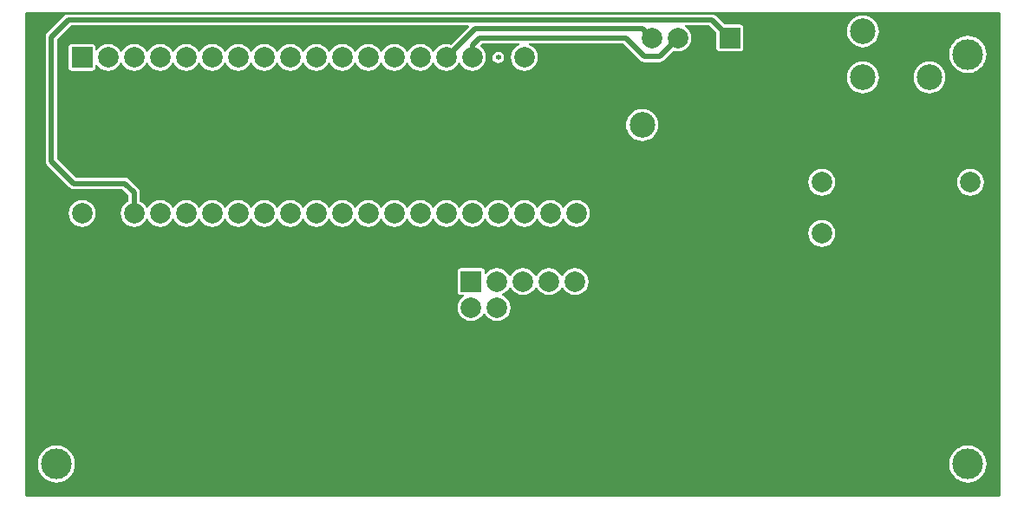
<source format=gbl>
%FSDAX42Y42*%
%MOMM*%
%SFA1B1*%

%IPPOS*%
%ADD16C,0.499999*%
%ADD18C,0.250000*%
%ADD19C,2.499995*%
%ADD20C,1.999996*%
%ADD21C,6.999986*%
%ADD22O,0.499999X1.999996*%
%ADD23C,2.999994*%
%ADD24R,1.999996X1.999996*%
%ADD25O,0.539999X0.499999*%
%LN3dp-glcd-1*%
%LPD*%
G36*
X011999Y002499D02*
X002499Y002499D01*
X002499Y007199D01*
X002887Y007199D01*
X002891Y007186D01*
X002879Y007179D01*
X002709Y007009D01*
X002697Y006990D01*
X002693Y006969D01*
X002693Y005759D01*
X002697Y005738D01*
X002709Y005719D01*
X002929Y005499D01*
X002948Y005487D01*
X002969Y005483D01*
X003446Y005483D01*
X003501Y005428D01*
X003501Y005362D01*
X003491Y005359D01*
X003464Y005338D01*
X003443Y005311D01*
X003430Y005279D01*
X003426Y005245D01*
X003430Y005211D01*
X003443Y005179D01*
X003464Y005152D01*
X003491Y005131D01*
X003523Y005118D01*
X003557Y005114D01*
X003591Y005118D01*
X003623Y005131D01*
X003650Y005152D01*
X003671Y005179D01*
X003677Y005195D01*
X003691Y005195D01*
X003697Y005179D01*
X003718Y005152D01*
X003745Y005131D01*
X003777Y005118D01*
X003811Y005114D01*
X003845Y005118D01*
X003877Y005131D01*
X003904Y005152D01*
X003925Y005179D01*
X003931Y005195D01*
X003945Y005195D01*
X003951Y005179D01*
X003972Y005152D01*
X003999Y005131D01*
X004031Y005118D01*
X004065Y005114D01*
X004099Y005118D01*
X004131Y005131D01*
X004158Y005152D01*
X004179Y005179D01*
X004185Y005195D01*
X004199Y005195D01*
X004205Y005179D01*
X004226Y005152D01*
X004253Y005131D01*
X004285Y005118D01*
X004319Y005114D01*
X004353Y005118D01*
X004385Y005131D01*
X004412Y005152D01*
X004433Y005179D01*
X004439Y005195D01*
X004453Y005195D01*
X004459Y005179D01*
X004480Y005152D01*
X004507Y005131D01*
X004539Y005118D01*
X004573Y005114D01*
X004607Y005118D01*
X004639Y005131D01*
X004666Y005152D01*
X004687Y005179D01*
X004693Y005195D01*
X004707Y005195D01*
X004713Y005179D01*
X004734Y005152D01*
X004761Y005131D01*
X004793Y005118D01*
X004827Y005114D01*
X004861Y005118D01*
X004893Y005131D01*
X004920Y005152D01*
X004941Y005179D01*
X004947Y005195D01*
X004961Y005195D01*
X004967Y005179D01*
X004988Y005152D01*
X005015Y005131D01*
X005047Y005118D01*
X005081Y005114D01*
X005115Y005118D01*
X005147Y005131D01*
X005174Y005152D01*
X005195Y005179D01*
X005201Y005195D01*
X005215Y005195D01*
X005221Y005179D01*
X005242Y005152D01*
X005269Y005131D01*
X005301Y005118D01*
X005335Y005114D01*
X005369Y005118D01*
X005401Y005131D01*
X005428Y005152D01*
X005449Y005179D01*
X005455Y005195D01*
X005469Y005195D01*
X005475Y005179D01*
X005496Y005152D01*
X005523Y005131D01*
X005555Y005118D01*
X005589Y005114D01*
X005623Y005118D01*
X005655Y005131D01*
X005682Y005152D01*
X005703Y005179D01*
X005709Y005195D01*
X005723Y005195D01*
X005729Y005179D01*
X005750Y005152D01*
X005777Y005131D01*
X005809Y005118D01*
X005843Y005114D01*
X005877Y005118D01*
X005909Y005131D01*
X005936Y005152D01*
X005957Y005179D01*
X005963Y005195D01*
X005977Y005195D01*
X005983Y005179D01*
X006004Y005152D01*
X006031Y005131D01*
X006063Y005118D01*
X006097Y005114D01*
X006131Y005118D01*
X006163Y005131D01*
X006190Y005152D01*
X006211Y005179D01*
X006217Y005195D01*
X006231Y005195D01*
X006237Y005179D01*
X006258Y005152D01*
X006285Y005131D01*
X006317Y005118D01*
X006351Y005114D01*
X006385Y005118D01*
X006417Y005131D01*
X006444Y005152D01*
X006465Y005179D01*
X006471Y005195D01*
X006485Y005195D01*
X006491Y005179D01*
X006512Y005152D01*
X006539Y005131D01*
X006571Y005118D01*
X006605Y005114D01*
X006639Y005118D01*
X006671Y005131D01*
X006698Y005152D01*
X006719Y005179D01*
X006725Y005195D01*
X006739Y005195D01*
X006745Y005179D01*
X006766Y005152D01*
X006793Y005131D01*
X006825Y005118D01*
X006859Y005114D01*
X006893Y005118D01*
X006925Y005131D01*
X006952Y005152D01*
X006973Y005179D01*
X006979Y005195D01*
X006993Y005195D01*
X006999Y005179D01*
X007020Y005152D01*
X007047Y005131D01*
X007079Y005118D01*
X007113Y005114D01*
X007147Y005118D01*
X007179Y005131D01*
X007206Y005152D01*
X007227Y005179D01*
X007233Y005195D01*
X007247Y005195D01*
X007253Y005179D01*
X007274Y005152D01*
X007301Y005131D01*
X007333Y005118D01*
X007367Y005114D01*
X007401Y005118D01*
X007433Y005131D01*
X007460Y005152D01*
X007481Y005179D01*
X007487Y005195D01*
X007501Y005195D01*
X007507Y005179D01*
X007528Y005152D01*
X007555Y005131D01*
X007587Y005118D01*
X007621Y005114D01*
X007655Y005118D01*
X007687Y005131D01*
X007714Y005152D01*
X007735Y005179D01*
X007741Y005195D01*
X007755Y005195D01*
X007761Y005179D01*
X007782Y005152D01*
X007809Y005131D01*
X007841Y005118D01*
X007875Y005114D01*
X007909Y005118D01*
X007941Y005131D01*
X007968Y005152D01*
X007989Y005179D01*
X008002Y005211D01*
X008006Y005245D01*
X008002Y005279D01*
X007989Y005311D01*
X007968Y005338D01*
X007941Y005359D01*
X007909Y005372D01*
X007875Y005376D01*
X007841Y005372D01*
X007809Y005359D01*
X007782Y005338D01*
X007761Y005311D01*
X007755Y005295D01*
X007741Y005295D01*
X007735Y005311D01*
X007714Y005338D01*
X007687Y005359D01*
X007655Y005372D01*
X007621Y005376D01*
X007587Y005372D01*
X007555Y005359D01*
X007528Y005338D01*
X007507Y005311D01*
X007501Y005295D01*
X007487Y005295D01*
X007481Y005311D01*
X007460Y005338D01*
X007433Y005359D01*
X007401Y005372D01*
X007367Y005376D01*
X007333Y005372D01*
X007301Y005359D01*
X007274Y005338D01*
X007253Y005311D01*
X007247Y005295D01*
X007233Y005295D01*
X007227Y005311D01*
X007206Y005338D01*
X007179Y005359D01*
X007147Y005372D01*
X007113Y005376D01*
X007079Y005372D01*
X007047Y005359D01*
X007020Y005338D01*
X006999Y005311D01*
X006993Y005295D01*
X006979Y005295D01*
X006973Y005311D01*
X006952Y005338D01*
X006925Y005359D01*
X006893Y005372D01*
X006859Y005376D01*
X006825Y005372D01*
X006793Y005359D01*
X006766Y005338D01*
X006745Y005311D01*
X006739Y005295D01*
X006725Y005295D01*
X006719Y005311D01*
X006698Y005338D01*
X006671Y005359D01*
X006639Y005372D01*
X006605Y005376D01*
X006571Y005372D01*
X006539Y005359D01*
X006512Y005338D01*
X006491Y005311D01*
X006485Y005295D01*
X006471Y005295D01*
X006465Y005311D01*
X006444Y005338D01*
X006417Y005359D01*
X006385Y005372D01*
X006351Y005376D01*
X006317Y005372D01*
X006285Y005359D01*
X006258Y005338D01*
X006237Y005311D01*
X006231Y005295D01*
X006217Y005295D01*
X006211Y005311D01*
X006190Y005338D01*
X006163Y005359D01*
X006131Y005372D01*
X006097Y005376D01*
X006063Y005372D01*
X006031Y005359D01*
X006004Y005338D01*
X005983Y005311D01*
X005977Y005295D01*
X005963Y005295D01*
X005957Y005311D01*
X005936Y005338D01*
X005909Y005359D01*
X005877Y005372D01*
X005843Y005376D01*
X005809Y005372D01*
X005777Y005359D01*
X005750Y005338D01*
X005729Y005311D01*
X005723Y005295D01*
X005709Y005295D01*
X005703Y005311D01*
X005682Y005338D01*
X005655Y005359D01*
X005623Y005372D01*
X005589Y005376D01*
X005555Y005372D01*
X005523Y005359D01*
X005496Y005338D01*
X005475Y005311D01*
X005469Y005295D01*
X005455Y005295D01*
X005449Y005311D01*
X005428Y005338D01*
X005401Y005359D01*
X005369Y005372D01*
X005335Y005376D01*
X005301Y005372D01*
X005269Y005359D01*
X005242Y005338D01*
X005221Y005311D01*
X005215Y005295D01*
X005201Y005295D01*
X005195Y005311D01*
X005174Y005338D01*
X005147Y005359D01*
X005115Y005372D01*
X005081Y005376D01*
X005047Y005372D01*
X005015Y005359D01*
X004988Y005338D01*
X004967Y005311D01*
X004961Y005295D01*
X004947Y005295D01*
X004941Y005311D01*
X004920Y005338D01*
X004893Y005359D01*
X004861Y005372D01*
X004827Y005376D01*
X004793Y005372D01*
X004761Y005359D01*
X004734Y005338D01*
X004713Y005311D01*
X004707Y005295D01*
X004693Y005295D01*
X004687Y005311D01*
X004666Y005338D01*
X004639Y005359D01*
X004607Y005372D01*
X004573Y005376D01*
X004539Y005372D01*
X004507Y005359D01*
X004480Y005338D01*
X004459Y005311D01*
X004453Y005295D01*
X004439Y005295D01*
X004433Y005311D01*
X004412Y005338D01*
X004385Y005359D01*
X004353Y005372D01*
X004319Y005376D01*
X004285Y005372D01*
X004253Y005359D01*
X004226Y005338D01*
X004205Y005311D01*
X004199Y005295D01*
X004185Y005295D01*
X004179Y005311D01*
X004158Y005338D01*
X004131Y005359D01*
X004099Y005372D01*
X004065Y005376D01*
X004031Y005372D01*
X003999Y005359D01*
X003972Y005338D01*
X003951Y005311D01*
X003945Y005295D01*
X003931Y005295D01*
X003925Y005311D01*
X003904Y005338D01*
X003877Y005359D01*
X003845Y005372D01*
X003811Y005376D01*
X003777Y005372D01*
X003745Y005359D01*
X003718Y005338D01*
X003697Y005311D01*
X003691Y005295D01*
X003677Y005295D01*
X003671Y005311D01*
X003650Y005338D01*
X003623Y005359D01*
X003613Y005362D01*
X003613Y005451D01*
X003609Y005472D01*
X003597Y005491D01*
X003509Y005579D01*
X003490Y005591D01*
X003469Y005595D01*
X002992Y005595D01*
X002805Y005782D01*
X002805Y006946D01*
X002942Y007083D01*
X006823Y007083D01*
X006828Y007071D01*
X006648Y006892D01*
X006639Y006896D01*
X006605Y006900D01*
X006571Y006896D01*
X006539Y006883D01*
X006512Y006862D01*
X006491Y006835D01*
X006485Y006819D01*
X006471Y006819D01*
X006465Y006835D01*
X006444Y006862D01*
X006417Y006883D01*
X006385Y006896D01*
X006351Y006900D01*
X006317Y006896D01*
X006285Y006883D01*
X006258Y006862D01*
X006237Y006835D01*
X006231Y006819D01*
X006217Y006819D01*
X006211Y006835D01*
X006190Y006862D01*
X006163Y006883D01*
X006131Y006896D01*
X006097Y006900D01*
X006063Y006896D01*
X006031Y006883D01*
X006004Y006862D01*
X005983Y006835D01*
X005977Y006819D01*
X005963Y006819D01*
X005957Y006835D01*
X005936Y006862D01*
X005909Y006883D01*
X005877Y006896D01*
X005843Y006900D01*
X005809Y006896D01*
X005777Y006883D01*
X005750Y006862D01*
X005729Y006835D01*
X005723Y006819D01*
X005709Y006819D01*
X005703Y006835D01*
X005682Y006862D01*
X005655Y006883D01*
X005623Y006896D01*
X005589Y006900D01*
X005555Y006896D01*
X005523Y006883D01*
X005496Y006862D01*
X005475Y006835D01*
X005469Y006819D01*
X005455Y006819D01*
X005449Y006835D01*
X005428Y006862D01*
X005401Y006883D01*
X005369Y006896D01*
X005335Y006900D01*
X005301Y006896D01*
X005269Y006883D01*
X005242Y006862D01*
X005221Y006835D01*
X005215Y006819D01*
X005201Y006819D01*
X005195Y006835D01*
X005174Y006862D01*
X005147Y006883D01*
X005115Y006896D01*
X005081Y006900D01*
X005047Y006896D01*
X005015Y006883D01*
X004988Y006862D01*
X004967Y006835D01*
X004961Y006819D01*
X004947Y006819D01*
X004941Y006835D01*
X004920Y006862D01*
X004893Y006883D01*
X004861Y006896D01*
X004827Y006900D01*
X004793Y006896D01*
X004761Y006883D01*
X004734Y006862D01*
X004713Y006835D01*
X004707Y006819D01*
X004693Y006819D01*
X004687Y006835D01*
X004666Y006862D01*
X004639Y006883D01*
X004607Y006896D01*
X004573Y006900D01*
X004539Y006896D01*
X004507Y006883D01*
X004480Y006862D01*
X004459Y006835D01*
X004453Y006819D01*
X004439Y006819D01*
X004433Y006835D01*
X004412Y006862D01*
X004385Y006883D01*
X004353Y006896D01*
X004319Y006900D01*
X004285Y006896D01*
X004253Y006883D01*
X004226Y006862D01*
X004205Y006835D01*
X004199Y006819D01*
X004185Y006819D01*
X004179Y006835D01*
X004158Y006862D01*
X004131Y006883D01*
X004099Y006896D01*
X004065Y006900D01*
X004031Y006896D01*
X003999Y006883D01*
X003972Y006862D01*
X003951Y006835D01*
X003945Y006819D01*
X003931Y006819D01*
X003925Y006835D01*
X003904Y006862D01*
X003877Y006883D01*
X003845Y006896D01*
X003811Y006900D01*
X003777Y006896D01*
X003745Y006883D01*
X003718Y006862D01*
X003697Y006835D01*
X003691Y006819D01*
X003677Y006819D01*
X003671Y006835D01*
X003650Y006862D01*
X003623Y006883D01*
X003591Y006896D01*
X003557Y006900D01*
X003523Y006896D01*
X003491Y006883D01*
X003464Y006862D01*
X003443Y006835D01*
X003437Y006819D01*
X003423Y006819D01*
X003417Y006835D01*
X003396Y006862D01*
X003369Y006883D01*
X003337Y006896D01*
X003303Y006900D01*
X003269Y006896D01*
X003237Y006883D01*
X003210Y006862D01*
X003192Y006838D01*
X003180Y006843D01*
X003180Y006869D01*
X003177Y006881D01*
X003171Y006891D01*
X003161Y006897D01*
X003149Y006900D01*
X002949Y006900D01*
X002937Y006897D01*
X002927Y006891D01*
X002921Y006881D01*
X002918Y006869D01*
X002918Y006669D01*
X002921Y006657D01*
X002927Y006647D01*
X002937Y006641D01*
X002949Y006638D01*
X003149Y006638D01*
X003161Y006641D01*
X003171Y006647D01*
X003177Y006657D01*
X003180Y006669D01*
X003180Y006695D01*
X003192Y006700D01*
X003210Y006676D01*
X003237Y006655D01*
X003269Y006642D01*
X003303Y006638D01*
X003337Y006642D01*
X003369Y006655D01*
X003396Y006676D01*
X003417Y006703D01*
X003423Y006719D01*
X003437Y006719D01*
X003443Y006703D01*
X003464Y006676D01*
X003491Y006655D01*
X003523Y006642D01*
X003557Y006638D01*
X003591Y006642D01*
X003623Y006655D01*
X003650Y006676D01*
X003671Y006703D01*
X003677Y006719D01*
X003691Y006719D01*
X003697Y006703D01*
X003718Y006676D01*
X003745Y006655D01*
X003777Y006642D01*
X003811Y006638D01*
X003845Y006642D01*
X003877Y006655D01*
X003904Y006676D01*
X003925Y006703D01*
X003931Y006719D01*
X003945Y006719D01*
X003951Y006703D01*
X003972Y006676D01*
X003999Y006655D01*
X004031Y006642D01*
X004065Y006638D01*
X004099Y006642D01*
X004131Y006655D01*
X004158Y006676D01*
X004179Y006703D01*
X004185Y006719D01*
X004199Y006719D01*
X004205Y006703D01*
X004226Y006676D01*
X004253Y006655D01*
X004285Y006642D01*
X004319Y006638D01*
X004353Y006642D01*
X004385Y006655D01*
X004412Y006676D01*
X004433Y006703D01*
X004439Y006719D01*
X004453Y006719D01*
X004459Y006703D01*
X004480Y006676D01*
X004507Y006655D01*
X004539Y006642D01*
X004573Y006638D01*
X004607Y006642D01*
X004639Y006655D01*
X004666Y006676D01*
X004687Y006703D01*
X004693Y006719D01*
X004707Y006719D01*
X004713Y006703D01*
X004734Y006676D01*
X004761Y006655D01*
X004793Y006642D01*
X004827Y006638D01*
X004861Y006642D01*
X004893Y006655D01*
X004920Y006676D01*
X004941Y006703D01*
X004947Y006719D01*
X004961Y006719D01*
X004967Y006703D01*
X004988Y006676D01*
X005015Y006655D01*
X005047Y006642D01*
X005081Y006638D01*
X005115Y006642D01*
X005147Y006655D01*
X005174Y006676D01*
X005195Y006703D01*
X005201Y006719D01*
X005215Y006719D01*
X005221Y006703D01*
X005242Y006676D01*
X005269Y006655D01*
X005301Y006642D01*
X005335Y006638D01*
X005369Y006642D01*
X005401Y006655D01*
X005428Y006676D01*
X005449Y006703D01*
X005455Y006719D01*
X005469Y006719D01*
X005475Y006703D01*
X005496Y006676D01*
X005523Y006655D01*
X005555Y006642D01*
X005589Y006638D01*
X005623Y006642D01*
X005655Y006655D01*
X005682Y006676D01*
X005703Y006703D01*
X005709Y006719D01*
X005723Y006719D01*
X005729Y006703D01*
X005750Y006676D01*
X005777Y006655D01*
X005809Y006642D01*
X005843Y006638D01*
X005877Y006642D01*
X005909Y006655D01*
X005936Y006676D01*
X005957Y006703D01*
X005963Y006719D01*
X005977Y006719D01*
X005983Y006703D01*
X006004Y006676D01*
X006031Y006655D01*
X006063Y006642D01*
X006097Y006638D01*
X006131Y006642D01*
X006163Y006655D01*
X006190Y006676D01*
X006211Y006703D01*
X006217Y006719D01*
X006231Y006719D01*
X006237Y006703D01*
X006258Y006676D01*
X006285Y006655D01*
X006317Y006642D01*
X006351Y006638D01*
X006385Y006642D01*
X006417Y006655D01*
X006444Y006676D01*
X006465Y006703D01*
X006471Y006719D01*
X006485Y006719D01*
X006491Y006703D01*
X006512Y006676D01*
X006539Y006655D01*
X006571Y006642D01*
X006605Y006638D01*
X006639Y006642D01*
X006671Y006655D01*
X006698Y006676D01*
X006719Y006703D01*
X006725Y006719D01*
X006739Y006719D01*
X006745Y006703D01*
X006766Y006676D01*
X006793Y006655D01*
X006825Y006642D01*
X006859Y006638D01*
X006893Y006642D01*
X006925Y006655D01*
X006952Y006676D01*
X006973Y006703D01*
X006986Y006735D01*
X006990Y006769D01*
X006986Y006803D01*
X006973Y006835D01*
X006952Y006862D01*
X006936Y006874D01*
X006936Y006886D01*
X006952Y006903D01*
X007317Y006903D01*
X007320Y006890D01*
X007301Y006883D01*
X007274Y006862D01*
X007253Y006835D01*
X007240Y006803D01*
X007236Y006769D01*
X007240Y006735D01*
X007253Y006703D01*
X007274Y006676D01*
X007301Y006655D01*
X007333Y006642D01*
X007367Y006638D01*
X007401Y006642D01*
X007433Y006655D01*
X007460Y006676D01*
X007481Y006703D01*
X007494Y006735D01*
X007498Y006769D01*
X007494Y006803D01*
X007481Y006835D01*
X007460Y006862D01*
X007433Y006883D01*
X007414Y006890D01*
X007417Y006903D01*
X008336Y006903D01*
X008499Y006739D01*
X008518Y006727D01*
X008539Y006723D01*
X008689Y006723D01*
X008710Y006727D01*
X008729Y006739D01*
X008826Y006836D01*
X008835Y006832D01*
X008869Y006828D01*
X008903Y006832D01*
X008935Y006845D01*
X008962Y006866D01*
X008983Y006893D01*
X008996Y006925D01*
X009000Y006959D01*
X008996Y006993D01*
X008983Y007025D01*
X008962Y007052D01*
X008938Y007070D01*
X008941Y007083D01*
X009174Y007083D01*
X009246Y007010D01*
X009246Y006859D01*
X009249Y006847D01*
X009255Y006837D01*
X009265Y006831D01*
X009277Y006828D01*
X009477Y006828D01*
X009489Y006831D01*
X009499Y006837D01*
X009505Y006847D01*
X009508Y006859D01*
X009508Y007059D01*
X009505Y007071D01*
X009499Y007081D01*
X009489Y007087D01*
X009477Y007090D01*
X009326Y007090D01*
X009237Y007179D01*
X009225Y007186D01*
X009229Y007199D01*
X011999Y007199D01*
X011999Y002499D01*
G37*
%LN3dp-glcd-2*%
%LPC*%
G36*
X011811Y005024D02*
X011749Y005024D01*
X011749Y004962D01*
X011769Y004970D01*
X011788Y004985D01*
X011803Y005004D01*
X011811Y005024D01*
G37*
G36*
X011749Y005136D02*
X011749Y005074D01*
X011811Y005074D01*
X011803Y005094D01*
X011788Y005113D01*
X011769Y005128D01*
X011749Y005136D01*
G37*
G36*
X011699Y005136D02*
X011679Y005128D01*
X011660Y005113D01*
X011645Y005094D01*
X011637Y005074D01*
X011699Y005074D01*
X011699Y005136D01*
G37*
G36*
X010974Y005274D02*
X010660Y005274D01*
X010662Y005246D01*
X010675Y005194D01*
X010695Y005144D01*
X010723Y005099D01*
X010758Y005058D01*
X010799Y005023D01*
X010844Y004995D01*
X010894Y004975D01*
X010946Y004962D01*
X010974Y004960D01*
X010974Y005274D01*
G37*
G36*
X010274Y005180D02*
X010240Y005176D01*
X010208Y005163D01*
X010181Y005142D01*
X010160Y005115D01*
X010147Y005083D01*
X010143Y005049D01*
X010147Y005015D01*
X010160Y004983D01*
X010181Y004956D01*
X010208Y004935D01*
X010240Y004922D01*
X010274Y004918D01*
X010308Y004922D01*
X010340Y004935D01*
X010367Y004956D01*
X010388Y004983D01*
X010401Y005015D01*
X010405Y005049D01*
X010401Y005083D01*
X010388Y005115D01*
X010367Y005142D01*
X010340Y005163D01*
X010308Y005176D01*
X010274Y005180D01*
G37*
G36*
X011699Y005024D02*
X011637Y005024D01*
X011645Y005004D01*
X011660Y004985D01*
X011679Y004970D01*
X011699Y004962D01*
X011699Y005024D01*
G37*
G36*
X011338Y005274D02*
X011024Y005274D01*
X011024Y004960D01*
X011052Y004962D01*
X011104Y004975D01*
X011154Y004995D01*
X011199Y005023D01*
X011240Y005058D01*
X011275Y005099D01*
X011303Y005144D01*
X011323Y005194D01*
X011336Y005246D01*
X011338Y005274D01*
G37*
G36*
X003278Y005332D02*
X003258Y005324D01*
X003239Y005309D01*
X003224Y005290D01*
X003216Y005270D01*
X003278Y005270D01*
X003278Y005332D01*
G37*
G36*
X010361Y005274D02*
X010299Y005274D01*
X010299Y005212D01*
X010319Y005220D01*
X010338Y005235D01*
X010353Y005254D01*
X010361Y005274D01*
G37*
G36*
X010249Y005386D02*
X010229Y005378D01*
X010210Y005363D01*
X010195Y005344D01*
X010187Y005324D01*
X010249Y005324D01*
X010249Y005386D01*
G37*
G36*
X003328Y005332D02*
X003328Y005270D01*
X003390Y005270D01*
X003382Y005290D01*
X003367Y005309D01*
X003348Y005324D01*
X003328Y005332D01*
G37*
G36*
X003278Y005220D02*
X003216Y005220D01*
X003224Y005200D01*
X003239Y005181D01*
X003258Y005166D01*
X003278Y005158D01*
X003278Y005220D01*
G37*
G36*
X003049Y005376D02*
X003015Y005372D01*
X002983Y005359D01*
X002956Y005338D01*
X002935Y005311D01*
X002922Y005279D01*
X002918Y005245D01*
X002922Y005211D01*
X002935Y005179D01*
X002956Y005152D01*
X002983Y005131D01*
X003015Y005118D01*
X003049Y005114D01*
X003083Y005118D01*
X003115Y005131D01*
X003142Y005152D01*
X003163Y005179D01*
X003176Y005211D01*
X003180Y005245D01*
X003176Y005279D01*
X003163Y005311D01*
X003142Y005338D01*
X003115Y005359D01*
X003083Y005372D01*
X003049Y005376D01*
G37*
G36*
X010249Y005274D02*
X010187Y005274D01*
X010195Y005254D01*
X010210Y005235D01*
X010229Y005220D01*
X010249Y005212D01*
X010249Y005274D01*
G37*
G36*
X003390Y005220D02*
X003328Y005220D01*
X003328Y005158D01*
X003348Y005166D01*
X003367Y005181D01*
X003382Y005200D01*
X003390Y005220D01*
G37*
G36*
X007586Y004300D02*
X007524Y004300D01*
X007532Y004280D01*
X007547Y004261D01*
X007566Y004246D01*
X007586Y004238D01*
X007586Y004300D01*
G37*
G36*
X007698Y004300D02*
X007636Y004300D01*
X007636Y004238D01*
X007656Y004246D01*
X007675Y004261D01*
X007690Y004280D01*
X007698Y004300D01*
G37*
G36*
X007840Y004300D02*
X007778Y004300D01*
X007786Y004280D01*
X007801Y004261D01*
X007820Y004246D01*
X007840Y004238D01*
X007840Y004300D01*
G37*
G36*
X007444Y004300D02*
X007382Y004300D01*
X007382Y004238D01*
X007402Y004246D01*
X007421Y004261D01*
X007436Y004280D01*
X007444Y004300D01*
G37*
G36*
X002799Y002980D02*
X002798Y002980D01*
X002796Y002980D01*
X002767Y002977D01*
X002764Y002976D01*
X002761Y002976D01*
X002732Y002968D01*
X002730Y002966D01*
X002727Y002965D01*
X002701Y002951D01*
X002699Y002949D01*
X002696Y002948D01*
X002673Y002929D01*
X002671Y002927D01*
X002671Y002927D01*
X002669Y002925D01*
X002650Y002902D01*
X002649Y002899D01*
X002647Y002897D01*
X002633Y002871D01*
X002632Y002868D01*
X002630Y002866D01*
X002622Y002837D01*
X002622Y002834D01*
X002621Y002831D01*
X002618Y002802D01*
X002618Y002799D01*
X002618Y002799D01*
X002618Y002796D01*
X002621Y002767D01*
X002622Y002764D01*
X002622Y002761D01*
X002630Y002732D01*
X002632Y002730D01*
X002633Y002727D01*
X002647Y002701D01*
X002649Y002699D01*
X002650Y002696D01*
X002669Y002673D01*
X002671Y002671D01*
X002671Y002671D01*
X002673Y002669D01*
X002696Y002650D01*
X002699Y002649D01*
X002701Y002647D01*
X002727Y002633D01*
X002730Y002632D01*
X002732Y002630D01*
X002761Y002622D01*
X002764Y002622D01*
X002767Y002621D01*
X002796Y002618D01*
X002798Y002618D01*
X002799Y002618D01*
X002800Y002618D01*
X002802Y002618D01*
X002831Y002621D01*
X002834Y002622D01*
X002837Y002622D01*
X002866Y002630D01*
X002868Y002632D01*
X002871Y002633D01*
X002897Y002647D01*
X002899Y002649D01*
X002902Y002650D01*
X002925Y002669D01*
X002927Y002671D01*
X002927Y002671D01*
X002929Y002673D01*
X002948Y002696D01*
X002949Y002699D01*
X002951Y002701D01*
X002965Y002727D01*
X002966Y002730D01*
X002968Y002732D01*
X002976Y002761D01*
X002976Y002764D01*
X002977Y002767D01*
X002980Y002796D01*
X002980Y002799D01*
X002980Y002799D01*
X002980Y002802D01*
X002977Y002831D01*
X002976Y002834D01*
X002976Y002837D01*
X002968Y002866D01*
X002966Y002868D01*
X002965Y002871D01*
X002951Y002897D01*
X002949Y002899D01*
X002948Y002902D01*
X002929Y002925D01*
X002927Y002927D01*
X002927Y002927D01*
X002925Y002929D01*
X002902Y002948D01*
X002899Y002949D01*
X002897Y002951D01*
X002871Y002965D01*
X002868Y002966D01*
X002866Y002968D01*
X002837Y002976D01*
X002834Y002976D01*
X002831Y002977D01*
X002802Y002980D01*
X002800Y002980D01*
X002799Y002980D01*
G37*
G36*
X011699Y002980D02*
X011698Y002980D01*
X011696Y002980D01*
X011667Y002977D01*
X011664Y002976D01*
X011661Y002976D01*
X011632Y002968D01*
X011630Y002966D01*
X011627Y002965D01*
X011601Y002951D01*
X011599Y002949D01*
X011596Y002948D01*
X011573Y002929D01*
X011571Y002927D01*
X011571Y002927D01*
X011569Y002925D01*
X011550Y002902D01*
X011549Y002899D01*
X011547Y002897D01*
X011533Y002871D01*
X011532Y002868D01*
X011530Y002866D01*
X011522Y002837D01*
X011522Y002834D01*
X011521Y002831D01*
X011518Y002802D01*
X011518Y002799D01*
X011518Y002799D01*
X011518Y002796D01*
X011521Y002767D01*
X011522Y002764D01*
X011522Y002761D01*
X011530Y002732D01*
X011532Y002730D01*
X011533Y002727D01*
X011547Y002701D01*
X011549Y002699D01*
X011550Y002696D01*
X011569Y002673D01*
X011571Y002671D01*
X011571Y002671D01*
X011573Y002669D01*
X011596Y002650D01*
X011599Y002649D01*
X011601Y002647D01*
X011627Y002633D01*
X011630Y002632D01*
X011632Y002630D01*
X011661Y002622D01*
X011664Y002622D01*
X011667Y002621D01*
X011696Y002618D01*
X011698Y002618D01*
X011699Y002618D01*
X011700Y002618D01*
X011702Y002618D01*
X011731Y002621D01*
X011734Y002622D01*
X011737Y002622D01*
X011766Y002630D01*
X011768Y002632D01*
X011771Y002633D01*
X011797Y002647D01*
X011799Y002649D01*
X011802Y002650D01*
X011825Y002669D01*
X011827Y002671D01*
X011827Y002671D01*
X011829Y002673D01*
X011848Y002696D01*
X011849Y002699D01*
X011851Y002701D01*
X011865Y002727D01*
X011866Y002730D01*
X011868Y002732D01*
X011876Y002761D01*
X011876Y002764D01*
X011877Y002767D01*
X011880Y002796D01*
X011880Y002799D01*
X011880Y002799D01*
X011880Y002802D01*
X011877Y002831D01*
X011876Y002834D01*
X011876Y002837D01*
X011868Y002866D01*
X011866Y002868D01*
X011865Y002871D01*
X011851Y002897D01*
X011849Y002899D01*
X011848Y002902D01*
X011829Y002925D01*
X011827Y002927D01*
X011827Y002927D01*
X011825Y002929D01*
X011802Y002948D01*
X011799Y002949D01*
X011797Y002951D01*
X011771Y002965D01*
X011768Y002966D01*
X011766Y002968D01*
X011737Y002976D01*
X011734Y002976D01*
X011731Y002977D01*
X011702Y002980D01*
X011700Y002980D01*
X011699Y002980D01*
G37*
G36*
X007332Y004300D02*
X007270Y004300D01*
X007278Y004280D01*
X007293Y004261D01*
X007312Y004246D01*
X007332Y004238D01*
X007332Y004300D01*
G37*
G36*
X007952Y004300D02*
X007890Y004300D01*
X007890Y004238D01*
X007910Y004246D01*
X007929Y004261D01*
X007944Y004280D01*
X007952Y004300D01*
G37*
G36*
X007840Y004412D02*
X007820Y004404D01*
X007801Y004389D01*
X007786Y004370D01*
X007778Y004350D01*
X007840Y004350D01*
X007840Y004412D01*
G37*
G36*
X007890Y004412D02*
X007890Y004350D01*
X007952Y004350D01*
X007944Y004370D01*
X007929Y004389D01*
X007910Y004404D01*
X007890Y004412D01*
G37*
G36*
X007865Y004710D02*
X007831Y004706D01*
X007799Y004693D01*
X007772Y004672D01*
X007751Y004645D01*
X007745Y004629D01*
X007731Y004629D01*
X007725Y004645D01*
X007704Y004672D01*
X007677Y004693D01*
X007645Y004706D01*
X007611Y004710D01*
X007577Y004706D01*
X007545Y004693D01*
X007518Y004672D01*
X007497Y004645D01*
X007491Y004629D01*
X007477Y004629D01*
X007471Y004645D01*
X007450Y004672D01*
X007423Y004693D01*
X007391Y004706D01*
X007357Y004710D01*
X007323Y004706D01*
X007291Y004693D01*
X007264Y004672D01*
X007243Y004645D01*
X007237Y004629D01*
X007223Y004629D01*
X007217Y004645D01*
X007196Y004672D01*
X007169Y004693D01*
X007137Y004706D01*
X007103Y004710D01*
X007069Y004706D01*
X007037Y004693D01*
X007010Y004672D01*
X006992Y004648D01*
X006980Y004653D01*
X006980Y004679D01*
X006977Y004691D01*
X006971Y004701D01*
X006961Y004707D01*
X006949Y004710D01*
X006749Y004710D01*
X006737Y004707D01*
X006727Y004701D01*
X006721Y004691D01*
X006718Y004679D01*
X006718Y004479D01*
X006721Y004467D01*
X006727Y004457D01*
X006737Y004451D01*
X006749Y004448D01*
X006775Y004448D01*
X006780Y004436D01*
X006756Y004418D01*
X006735Y004391D01*
X006722Y004359D01*
X006718Y004325D01*
X006722Y004291D01*
X006735Y004259D01*
X006756Y004232D01*
X006783Y004211D01*
X006815Y004198D01*
X006849Y004194D01*
X006883Y004198D01*
X006915Y004211D01*
X006942Y004232D01*
X006963Y004259D01*
X006969Y004275D01*
X006983Y004275D01*
X006989Y004259D01*
X007010Y004232D01*
X007037Y004211D01*
X007069Y004198D01*
X007103Y004194D01*
X007137Y004198D01*
X007169Y004211D01*
X007196Y004232D01*
X007217Y004259D01*
X007230Y004291D01*
X007234Y004325D01*
X007230Y004359D01*
X007217Y004391D01*
X007196Y004418D01*
X007169Y004439D01*
X007153Y004445D01*
X007153Y004459D01*
X007169Y004465D01*
X007196Y004486D01*
X007217Y004513D01*
X007223Y004529D01*
X007237Y004529D01*
X007243Y004513D01*
X007264Y004486D01*
X007291Y004465D01*
X007323Y004452D01*
X007357Y004448D01*
X007391Y004452D01*
X007423Y004465D01*
X007450Y004486D01*
X007471Y004513D01*
X007477Y004529D01*
X007491Y004529D01*
X007497Y004513D01*
X007518Y004486D01*
X007545Y004465D01*
X007577Y004452D01*
X007611Y004448D01*
X007645Y004452D01*
X007677Y004465D01*
X007704Y004486D01*
X007725Y004513D01*
X007731Y004529D01*
X007745Y004529D01*
X007751Y004513D01*
X007772Y004486D01*
X007799Y004465D01*
X007831Y004452D01*
X007865Y004448D01*
X007899Y004452D01*
X007931Y004465D01*
X007958Y004486D01*
X007979Y004513D01*
X007992Y004545D01*
X007996Y004579D01*
X007992Y004613D01*
X007979Y004645D01*
X007958Y004672D01*
X007931Y004693D01*
X007899Y004706D01*
X007865Y004710D01*
G37*
G36*
X007636Y004412D02*
X007636Y004350D01*
X007698Y004350D01*
X007690Y004370D01*
X007675Y004389D01*
X007656Y004404D01*
X007636Y004412D01*
G37*
G36*
X007332Y004412D02*
X007312Y004404D01*
X007293Y004389D01*
X007278Y004370D01*
X007270Y004350D01*
X007332Y004350D01*
X007332Y004412D01*
G37*
G36*
X007382Y004412D02*
X007382Y004350D01*
X007444Y004350D01*
X007436Y004370D01*
X007421Y004389D01*
X007402Y004404D01*
X007382Y004412D01*
G37*
G36*
X007586Y004412D02*
X007566Y004404D01*
X007547Y004389D01*
X007532Y004370D01*
X007524Y004350D01*
X007586Y004350D01*
X007586Y004412D01*
G37*
G36*
X010299Y005386D02*
X010299Y005324D01*
X010361Y005324D01*
X010353Y005344D01*
X010338Y005363D01*
X010319Y005378D01*
X010299Y005386D01*
G37*
G36*
X007900Y006856D02*
X007900Y006794D01*
X007962Y006794D01*
X007954Y006814D01*
X007939Y006833D01*
X007920Y006848D01*
X007900Y006856D01*
G37*
G36*
X010674Y007180D02*
X010644Y007177D01*
X010614Y007168D01*
X010587Y007154D01*
X010564Y007134D01*
X010544Y007112D01*
X010530Y007084D01*
X010521Y007054D01*
X010518Y007024D01*
X010521Y006994D01*
X010530Y006964D01*
X010544Y006937D01*
X010564Y006914D01*
X010587Y006894D01*
X010614Y006880D01*
X010644Y006871D01*
X010674Y006868D01*
X010704Y006871D01*
X010734Y006880D01*
X010761Y006894D01*
X010784Y006914D01*
X010804Y006937D01*
X010818Y006964D01*
X010827Y006994D01*
X010830Y007024D01*
X010827Y007054D01*
X010818Y007084D01*
X010804Y007112D01*
X010784Y007134D01*
X010761Y007154D01*
X010734Y007168D01*
X010704Y007177D01*
X010674Y007180D01*
G37*
G36*
X009098Y006934D02*
X009036Y006934D01*
X009044Y006914D01*
X009059Y006895D01*
X009078Y006880D01*
X009098Y006872D01*
X009098Y006934D01*
G37*
G36*
X007850Y006856D02*
X007830Y006848D01*
X007811Y006833D01*
X007796Y006814D01*
X007788Y006794D01*
X007850Y006794D01*
X007850Y006856D01*
G37*
G36*
X007115Y006825D02*
X007112Y006825D01*
X007090Y006821D01*
X007071Y006809D01*
X007059Y006790D01*
X007055Y006769D01*
X007059Y006748D01*
X007071Y006729D01*
X007090Y006717D01*
X007112Y006713D01*
X007115Y006713D01*
X007136Y006717D01*
X007155Y006729D01*
X007167Y006748D01*
X007171Y006769D01*
X007167Y006790D01*
X007155Y006809D01*
X007136Y006821D01*
X007115Y006825D01*
G37*
G36*
X007596Y006856D02*
X007576Y006848D01*
X007557Y006833D01*
X007542Y006814D01*
X007534Y006794D01*
X007596Y006794D01*
X007596Y006856D01*
G37*
G36*
X007646Y006856D02*
X007646Y006794D01*
X007708Y006794D01*
X007700Y006814D01*
X007685Y006833D01*
X007666Y006848D01*
X007646Y006856D01*
G37*
G36*
X009210Y006934D02*
X009148Y006934D01*
X009148Y006872D01*
X009168Y006880D01*
X009187Y006895D01*
X009202Y006914D01*
X009210Y006934D01*
G37*
G36*
X009148Y007046D02*
X009148Y006985D01*
X009210Y006985D01*
X009202Y007004D01*
X009187Y007023D01*
X009168Y007038D01*
X009148Y007046D01*
G37*
G36*
X011299Y007137D02*
X011294Y007136D01*
X011266Y007124D01*
X011242Y007106D01*
X011224Y007082D01*
X011212Y007054D01*
X011211Y007049D01*
X011299Y007049D01*
X011299Y007137D01*
G37*
G36*
X011349Y007137D02*
X011349Y007049D01*
X011437Y007049D01*
X011436Y007054D01*
X011424Y007082D01*
X011406Y007106D01*
X011382Y007124D01*
X011354Y007136D01*
X011349Y007137D01*
G37*
G36*
X009098Y007046D02*
X009078Y007038D01*
X009059Y007023D01*
X009044Y007004D01*
X009036Y006985D01*
X009098Y006985D01*
X009098Y007046D01*
G37*
G36*
X011299Y006999D02*
X011211Y006999D01*
X011212Y006994D01*
X011224Y006966D01*
X011242Y006942D01*
X011266Y006924D01*
X011294Y006912D01*
X011299Y006911D01*
X011299Y006999D01*
G37*
G36*
X011437Y006999D02*
X011349Y006999D01*
X011349Y006911D01*
X011354Y006912D01*
X011382Y006924D01*
X011406Y006942D01*
X011424Y006966D01*
X011436Y006994D01*
X011437Y006999D01*
G37*
G36*
X011699Y006980D02*
X011698Y006980D01*
X011696Y006980D01*
X011667Y006977D01*
X011664Y006976D01*
X011661Y006976D01*
X011632Y006968D01*
X011630Y006966D01*
X011627Y006965D01*
X011601Y006951D01*
X011599Y006949D01*
X011596Y006948D01*
X011573Y006929D01*
X011571Y006927D01*
X011571Y006927D01*
X011569Y006925D01*
X011550Y006902D01*
X011549Y006899D01*
X011547Y006897D01*
X011533Y006871D01*
X011532Y006868D01*
X011530Y006866D01*
X011522Y006837D01*
X011522Y006834D01*
X011521Y006831D01*
X011518Y006802D01*
X011518Y006799D01*
X011518Y006799D01*
X011518Y006796D01*
X011521Y006767D01*
X011522Y006764D01*
X011522Y006761D01*
X011530Y006732D01*
X011532Y006731D01*
X011533Y006727D01*
X011547Y006701D01*
X011549Y006699D01*
X011550Y006696D01*
X011569Y006673D01*
X011571Y006671D01*
X011571Y006671D01*
X011573Y006669D01*
X011596Y006650D01*
X011599Y006649D01*
X011601Y006647D01*
X011627Y006633D01*
X011630Y006632D01*
X011632Y006630D01*
X011661Y006622D01*
X011664Y006622D01*
X011667Y006621D01*
X011696Y006618D01*
X011698Y006618D01*
X011699Y006618D01*
X011700Y006618D01*
X011702Y006618D01*
X011731Y006621D01*
X011734Y006622D01*
X011737Y006622D01*
X011766Y006630D01*
X011768Y006632D01*
X011771Y006633D01*
X011797Y006647D01*
X011799Y006649D01*
X011802Y006650D01*
X011825Y006669D01*
X011827Y006671D01*
X011827Y006671D01*
X011829Y006673D01*
X011848Y006696D01*
X011849Y006699D01*
X011851Y006701D01*
X011865Y006727D01*
X011866Y006731D01*
X011868Y006732D01*
X011876Y006761D01*
X011876Y006764D01*
X011877Y006767D01*
X011880Y006796D01*
X011880Y006799D01*
X011880Y006799D01*
X011880Y006802D01*
X011877Y006831D01*
X011876Y006834D01*
X011876Y006837D01*
X011868Y006866D01*
X011866Y006868D01*
X011865Y006871D01*
X011851Y006897D01*
X011849Y006899D01*
X011848Y006902D01*
X011829Y006925D01*
X011827Y006927D01*
X011827Y006927D01*
X011825Y006929D01*
X011802Y006948D01*
X011799Y006949D01*
X011797Y006951D01*
X011771Y006965D01*
X011768Y006966D01*
X011766Y006968D01*
X011737Y006976D01*
X011734Y006976D01*
X011731Y006977D01*
X011702Y006980D01*
X011700Y006980D01*
X011699Y006980D01*
G37*
G36*
X008518Y006265D02*
X008488Y006262D01*
X008458Y006253D01*
X008431Y006239D01*
X008408Y006219D01*
X008388Y006196D01*
X008374Y006169D01*
X008365Y006139D01*
X008362Y006109D01*
X008365Y006079D01*
X008374Y006049D01*
X008388Y006022D01*
X008408Y005999D01*
X008431Y005979D01*
X008458Y005965D01*
X008488Y005956D01*
X008518Y005953D01*
X008548Y005956D01*
X008578Y005965D01*
X008605Y005979D01*
X008628Y005999D01*
X008648Y006022D01*
X008662Y006049D01*
X008671Y006079D01*
X008674Y006109D01*
X008671Y006139D01*
X008662Y006169D01*
X008648Y006196D01*
X008628Y006219D01*
X008605Y006239D01*
X008578Y006253D01*
X008548Y006262D01*
X008518Y006265D01*
G37*
G36*
X009255Y006084D02*
X009167Y006084D01*
X009168Y006079D01*
X009180Y006051D01*
X009198Y006027D01*
X009222Y006009D01*
X009250Y005997D01*
X009255Y005996D01*
X009255Y006084D01*
G37*
G36*
X009393Y006084D02*
X009305Y006084D01*
X009305Y005996D01*
X009310Y005997D01*
X009338Y006009D01*
X009362Y006027D01*
X009380Y006051D01*
X009392Y006079D01*
X009393Y006084D01*
G37*
G36*
X011724Y005680D02*
X011690Y005676D01*
X011658Y005663D01*
X011631Y005642D01*
X011610Y005615D01*
X011597Y005583D01*
X011593Y005549D01*
X011597Y005515D01*
X011610Y005483D01*
X011631Y005456D01*
X011658Y005435D01*
X011690Y005422D01*
X011724Y005418D01*
X011758Y005422D01*
X011790Y005435D01*
X011817Y005456D01*
X011838Y005483D01*
X011851Y005515D01*
X011855Y005549D01*
X011851Y005583D01*
X011838Y005615D01*
X011817Y005642D01*
X011790Y005663D01*
X011758Y005676D01*
X011724Y005680D01*
G37*
G36*
X010974Y005638D02*
X010946Y005636D01*
X010894Y005623D01*
X010844Y005603D01*
X010799Y005575D01*
X010758Y005540D01*
X010723Y005499D01*
X010695Y005454D01*
X010675Y005404D01*
X010662Y005352D01*
X010660Y005324D01*
X010974Y005324D01*
X010974Y005638D01*
G37*
G36*
X011024Y005638D02*
X011024Y005324D01*
X011338Y005324D01*
X011336Y005352D01*
X011323Y005404D01*
X011303Y005454D01*
X011275Y005499D01*
X011240Y005540D01*
X011199Y005575D01*
X011154Y005603D01*
X011104Y005623D01*
X011052Y005636D01*
X011024Y005638D01*
G37*
G36*
X010274Y005680D02*
X010240Y005676D01*
X010208Y005663D01*
X010181Y005642D01*
X010160Y005615D01*
X010147Y005583D01*
X010143Y005549D01*
X010147Y005515D01*
X010160Y005483D01*
X010181Y005456D01*
X010208Y005435D01*
X010240Y005422D01*
X010274Y005418D01*
X010308Y005422D01*
X010340Y005435D01*
X010367Y005456D01*
X010388Y005483D01*
X010401Y005515D01*
X010405Y005549D01*
X010401Y005583D01*
X010388Y005615D01*
X010367Y005642D01*
X010340Y005663D01*
X010308Y005676D01*
X010274Y005680D01*
G37*
G36*
X009255Y006223D02*
X009250Y006221D01*
X009222Y006209D01*
X009198Y006191D01*
X009180Y006167D01*
X009168Y006139D01*
X009167Y006134D01*
X009255Y006134D01*
X009255Y006223D01*
G37*
G36*
X007708Y006744D02*
X007646Y006744D01*
X007646Y006682D01*
X007666Y006690D01*
X007685Y006705D01*
X007700Y006724D01*
X007708Y006744D01*
G37*
G36*
X007850Y006744D02*
X007788Y006744D01*
X007796Y006724D01*
X007811Y006705D01*
X007830Y006690D01*
X007850Y006682D01*
X007850Y006744D01*
G37*
G36*
X007962Y006744D02*
X007900Y006744D01*
X007900Y006682D01*
X007920Y006690D01*
X007939Y006705D01*
X007954Y006724D01*
X007962Y006744D01*
G37*
G36*
X007596Y006744D02*
X007534Y006744D01*
X007542Y006724D01*
X007557Y006705D01*
X007576Y006690D01*
X007596Y006682D01*
X007596Y006744D01*
G37*
G36*
X009305Y006223D02*
X009305Y006134D01*
X009393Y006134D01*
X009392Y006139D01*
X009380Y006167D01*
X009362Y006191D01*
X009338Y006209D01*
X009310Y006221D01*
X009305Y006223D01*
G37*
G36*
X010674Y006731D02*
X010644Y006727D01*
X010614Y006718D01*
X010587Y006704D01*
X010564Y006684D01*
X010544Y006661D01*
X010530Y006634D01*
X010521Y006604D01*
X010518Y006574D01*
X010521Y006544D01*
X010530Y006514D01*
X010544Y006487D01*
X010564Y006464D01*
X010587Y006444D01*
X010614Y006430D01*
X010644Y006421D01*
X010674Y006418D01*
X010704Y006421D01*
X010734Y006430D01*
X010761Y006444D01*
X010784Y006464D01*
X010804Y006487D01*
X010818Y006514D01*
X010827Y006544D01*
X010830Y006574D01*
X010827Y006604D01*
X010818Y006634D01*
X010804Y006661D01*
X010784Y006684D01*
X010761Y006704D01*
X010734Y006718D01*
X010704Y006727D01*
X010674Y006731D01*
G37*
G36*
X011324Y006731D02*
X011294Y006727D01*
X011264Y006718D01*
X011237Y006704D01*
X011214Y006684D01*
X011194Y006661D01*
X011180Y006634D01*
X011171Y006604D01*
X011168Y006574D01*
X011171Y006544D01*
X011180Y006514D01*
X011194Y006487D01*
X011214Y006464D01*
X011237Y006444D01*
X011264Y006430D01*
X011294Y006421D01*
X011324Y006418D01*
X011354Y006421D01*
X011384Y006430D01*
X011411Y006444D01*
X011434Y006464D01*
X011454Y006487D01*
X011468Y006514D01*
X011477Y006544D01*
X011480Y006574D01*
X011477Y006604D01*
X011468Y006634D01*
X011454Y006661D01*
X011434Y006684D01*
X011411Y006704D01*
X011384Y006718D01*
X011354Y006727D01*
X011324Y006731D01*
G37*
%LN3dp-glcd-3*%
%LPD*%
G54D16*
X006605Y006703D02*
X006605Y006769D01*
X009197Y007139D02*
X009377Y006959D01*
X002919Y007139D02*
X009197Y007139D01*
X002969Y005539D02*
X003469Y005539D01*
X003557Y005451D01*
X003557Y005245D02*
X003557Y005451D01*
X002749Y005759D02*
X002969Y005539D01*
X002749Y005759D02*
X002749Y006969D01*
X002919Y007139D01*
X008525Y007049D02*
X008615Y006959D01*
X006885Y007049D02*
X008525Y007049D01*
X006605Y006769D02*
X006885Y007049D01*
X008689Y006779D02*
X008869Y006959D01*
X008539Y006779D02*
X008689Y006779D01*
X008359Y006959D02*
X008539Y006779D01*
X006929Y006959D02*
X008359Y006959D01*
X006859Y006889D02*
X006929Y006959D01*
X006859Y006769D02*
X006859Y006889D01*
G54D18*
X002499Y002499D02*
X002499Y007199D01*
X011999Y007199D01*
X011999Y002499D02*
X011999Y007199D01*
X002499Y002499D02*
X011999Y002499D01*
G54D19*
X008518Y006109D03*
X009280Y006109D03*
X011324Y006574D03*
X011324Y007024D03*
X010674Y007024D03*
X010674Y006574D03*
G54D20*
X004827Y005245D03*
X005081Y005245D03*
X005335Y005245D03*
X005589Y005245D03*
X005843Y005245D03*
X003303Y006769D03*
X003557Y006769D03*
X003811Y006769D03*
X006351Y006769D03*
X006097Y006769D03*
X010274Y005549D03*
X010274Y005299D03*
X010274Y005049D03*
X011724Y005549D03*
X011724Y005049D03*
X004065Y006769D03*
X004319Y006769D03*
X004573Y006769D03*
X004827Y006769D03*
X005081Y006769D03*
X005335Y006769D03*
X005589Y006769D03*
X005843Y006769D03*
X006859Y006769D03*
X007367Y006769D03*
X007621Y006769D03*
X007875Y006769D03*
X007875Y005245D03*
X007621Y005245D03*
X007367Y005245D03*
X007113Y005245D03*
X006859Y005245D03*
X006605Y005245D03*
X003303Y005245D03*
X003049Y005245D03*
X006351Y005245D03*
X004573Y005245D03*
X004319Y005245D03*
X004065Y005245D03*
X003811Y005245D03*
X006849Y004325D03*
X007103Y004579D03*
X007103Y004325D03*
X007357Y004579D03*
X007357Y004325D03*
X007611Y004579D03*
X007611Y004325D03*
X007865Y004579D03*
X007865Y004325D03*
X006097Y005245D03*
X009123Y006959D03*
X008869Y006959D03*
X008615Y006959D03*
X006605Y006769D03*
X003557Y005245D03*
G54D21*
X010999Y005299D03*
G54D22*
X010399Y005299D03*
G54D23*
X011699Y002799D03*
X011699Y006799D03*
X002799Y002799D03*
G54D24*
X003049Y006769D03*
X006849Y004579D03*
X009377Y006959D03*
G54D25*
X007113Y006769D03*
M02*
</source>
